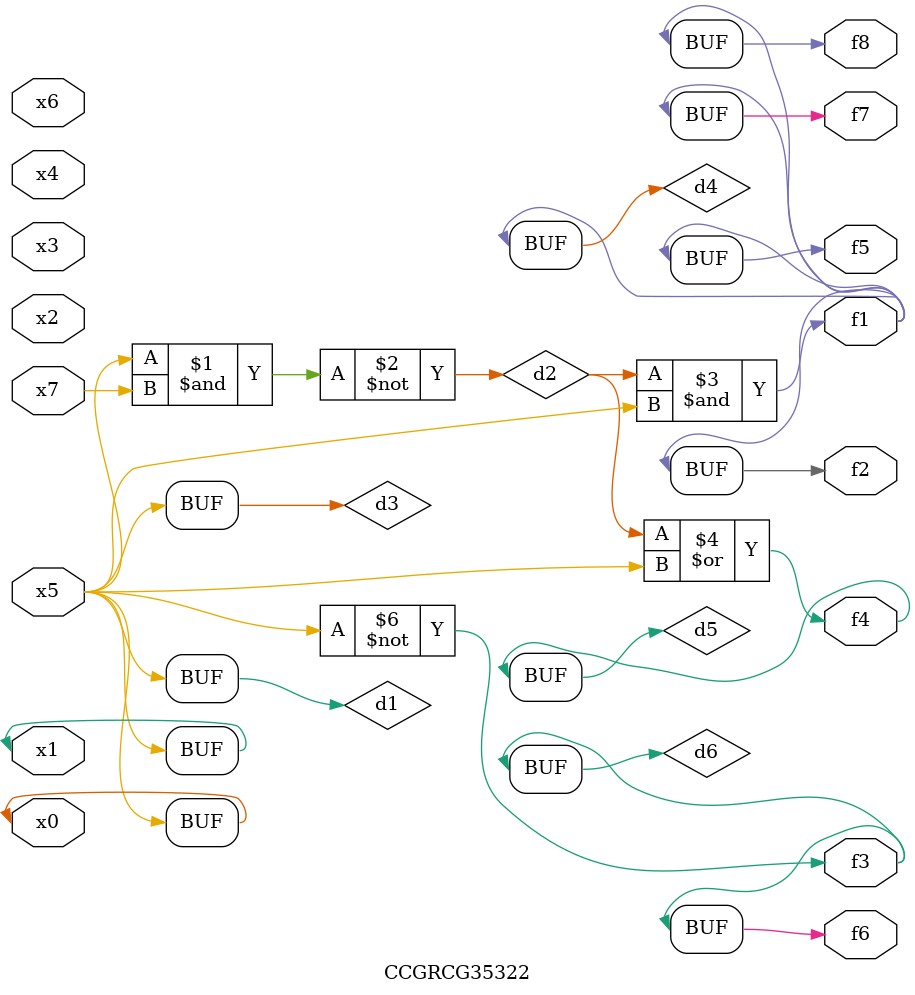
<source format=v>
module CCGRCG35322(
	input x0, x1, x2, x3, x4, x5, x6, x7,
	output f1, f2, f3, f4, f5, f6, f7, f8
);

	wire d1, d2, d3, d4, d5, d6;

	buf (d1, x0, x5);
	nand (d2, x5, x7);
	buf (d3, x0, x1);
	and (d4, d2, d3);
	or (d5, d2, d3);
	nor (d6, d1, d3);
	assign f1 = d4;
	assign f2 = d4;
	assign f3 = d6;
	assign f4 = d5;
	assign f5 = d4;
	assign f6 = d6;
	assign f7 = d4;
	assign f8 = d4;
endmodule

</source>
